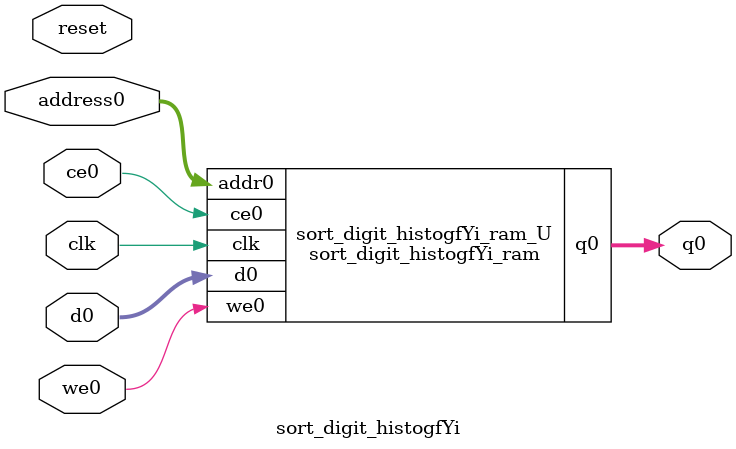
<source format=v>
`timescale 1 ns / 1 ps
module sort_digit_histogfYi_ram (addr0, ce0, d0, we0, q0,  clk);

parameter DWIDTH = 32;
parameter AWIDTH = 4;
parameter MEM_SIZE = 16;

input[AWIDTH-1:0] addr0;
input ce0;
input[DWIDTH-1:0] d0;
input we0;
output reg[DWIDTH-1:0] q0;
input clk;

(* ram_style = "distributed" *)reg [DWIDTH-1:0] ram[0:MEM_SIZE-1];




always @(posedge clk)  
begin 
    if (ce0) begin
        if (we0) 
            ram[addr0] <= d0; 
        q0 <= ram[addr0];
    end
end


endmodule

`timescale 1 ns / 1 ps
module sort_digit_histogfYi(
    reset,
    clk,
    address0,
    ce0,
    we0,
    d0,
    q0);

parameter DataWidth = 32'd32;
parameter AddressRange = 32'd16;
parameter AddressWidth = 32'd4;
input reset;
input clk;
input[AddressWidth - 1:0] address0;
input ce0;
input we0;
input[DataWidth - 1:0] d0;
output[DataWidth - 1:0] q0;



sort_digit_histogfYi_ram sort_digit_histogfYi_ram_U(
    .clk( clk ),
    .addr0( address0 ),
    .ce0( ce0 ),
    .we0( we0 ),
    .d0( d0 ),
    .q0( q0 ));

endmodule


</source>
